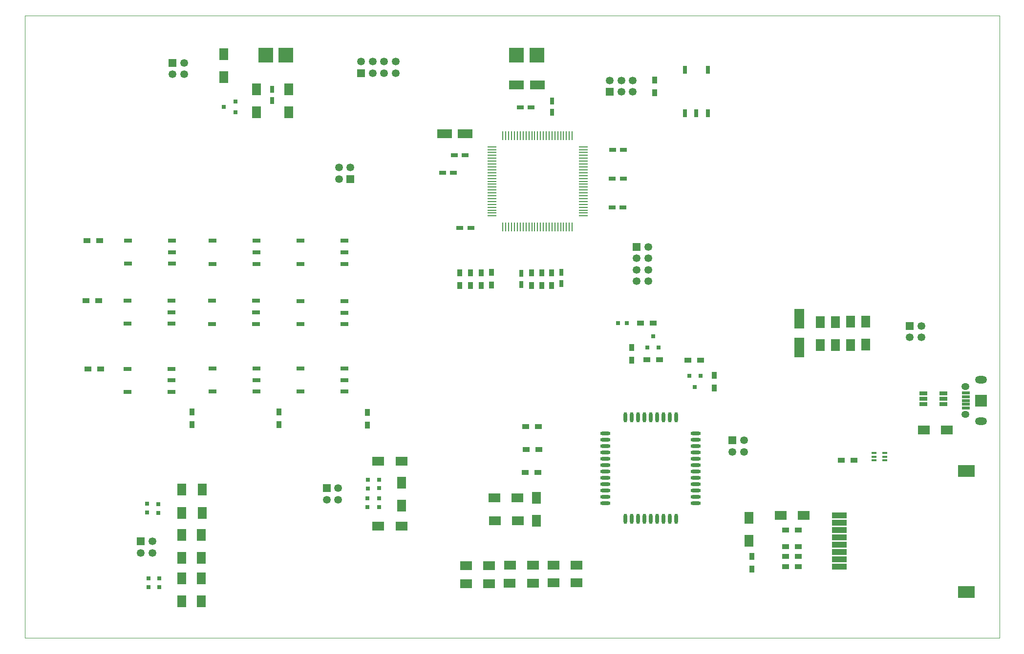
<source format=gbr>
%TF.GenerationSoftware,KiCad,Pcbnew,4.0.2+dfsg1-stable*%
%TF.CreationDate,2018-10-18T10:35:51+03:00*%
%TF.ProjectId,xmobile,786D6F62696C652E6B696361645F7063,rev?*%
%TF.FileFunction,Soldermask,Top*%
%FSLAX46Y46*%
G04 Gerber Fmt 4.6, Leading zero omitted, Abs format (unit mm)*
G04 Created by KiCad (PCBNEW 4.0.2+dfsg1-stable) date Чт 18 окт 2018 10:35:51*
%MOMM*%
G01*
G04 APERTURE LIST*
%ADD10C,0.150000*%
%ADD11C,0.100000*%
%ADD12R,2.000000X1.600000*%
%ADD13R,1.600000X2.000000*%
%ADD14R,1.350000X1.350000*%
%ADD15C,1.350000*%
%ADD16R,0.797560X0.797560*%
%ADD17R,0.850000X0.400000*%
%ADD18R,1.800860X3.500120*%
%ADD19R,2.500000X2.500000*%
%ADD20O,2.100000X1.300000*%
%ADD21R,2.100000X2.100000*%
%ADD22R,1.450000X0.500000*%
%ADD23O,1.400000X1.200000*%
%ADD24R,0.800100X0.800100*%
%ADD25R,0.900000X1.200000*%
%ADD26R,1.200000X0.900000*%
%ADD27R,1.402400X0.752400*%
%ADD28O,0.600000X1.800000*%
%ADD29O,1.800000X0.600000*%
%ADD30R,2.500000X1.000000*%
%ADD31R,3.000000X2.000000*%
%ADD32R,0.700000X1.400000*%
%ADD33R,1.400000X0.700000*%
%ADD34R,0.750000X1.200000*%
%ADD35R,2.600960X1.600200*%
%ADD36R,1.500000X0.280000*%
%ADD37R,0.280000X1.500000*%
%ADD38R,1.200000X0.750000*%
G04 APERTURE END LIST*
D10*
D11*
X184150000Y-121920000D02*
X15240000Y-121920000D01*
X184150000Y-13970000D02*
X184150000Y-121920000D01*
X182880000Y-13970000D02*
X184150000Y-13970000D01*
X15240000Y-13970000D02*
X182880000Y-13970000D01*
X15240000Y-121920000D02*
X15240000Y-13970000D01*
D12*
X175050000Y-85800000D03*
X171050000Y-85800000D03*
X91700000Y-112475000D03*
X95700000Y-112475000D03*
X99300000Y-112400000D03*
X103300000Y-112400000D03*
X106875000Y-112350000D03*
X110875000Y-112350000D03*
X91700000Y-109375000D03*
X95700000Y-109375000D03*
X99375000Y-109300000D03*
X103375000Y-109300000D03*
X106875000Y-109275000D03*
X110875000Y-109275000D03*
X96625000Y-97575000D03*
X100625000Y-97575000D03*
D13*
X103925000Y-97575000D03*
X103925000Y-101575000D03*
D12*
X100725000Y-101575000D03*
X96725000Y-101575000D03*
D13*
X45975000Y-96175000D03*
X45975000Y-100175000D03*
X45875000Y-103975000D03*
X45875000Y-107975000D03*
X45875000Y-111525000D03*
X45875000Y-115525000D03*
D12*
X76525000Y-91225000D03*
X80525000Y-91225000D03*
D13*
X80525000Y-94975000D03*
X80525000Y-98975000D03*
D12*
X80525000Y-102475000D03*
X76525000Y-102475000D03*
D13*
X42425000Y-96175000D03*
X42425000Y-100175000D03*
X42475000Y-103975000D03*
X42475000Y-107975000D03*
X42475000Y-111525000D03*
X42475000Y-115525000D03*
X140740000Y-105052000D03*
X140740000Y-101052000D03*
D12*
X150250000Y-100600000D03*
X146250000Y-100600000D03*
D13*
X49775000Y-20625000D03*
X49775000Y-24625000D03*
X153100000Y-67075000D03*
X153100000Y-71075000D03*
X155775000Y-67075000D03*
X155775000Y-71075000D03*
X161020000Y-67005000D03*
X161020000Y-71005000D03*
X158400000Y-67050000D03*
X158400000Y-71050000D03*
X55375000Y-30725000D03*
X55375000Y-26725000D03*
X61025000Y-30725000D03*
X61025000Y-26725000D03*
D14*
X116625000Y-27150000D03*
D15*
X118625000Y-27150000D03*
X120625000Y-27150000D03*
X116625000Y-25150000D03*
X118625000Y-25150000D03*
X120625000Y-25150000D03*
D16*
X119574300Y-67300000D03*
X118075700Y-67300000D03*
X76625000Y-94425700D03*
X76625000Y-95924300D03*
X76625000Y-97675700D03*
X76625000Y-99174300D03*
X38375000Y-98675700D03*
X38375000Y-100174300D03*
X38525000Y-111575700D03*
X38525000Y-113074300D03*
X74715000Y-95934300D03*
X74715000Y-94435700D03*
X74675000Y-99174300D03*
X74675000Y-97675700D03*
X36465000Y-100134300D03*
X36465000Y-98635700D03*
X36665000Y-113074300D03*
X36665000Y-111575700D03*
D17*
X162425000Y-89775000D03*
X162425000Y-90425000D03*
X162425000Y-91075000D03*
X164275000Y-91075000D03*
X164275000Y-90425000D03*
X164275000Y-89775000D03*
D18*
X149475000Y-66525640D03*
X149475000Y-71524360D03*
D19*
X100475000Y-20775000D03*
X103975000Y-20775000D03*
X60525000Y-20775000D03*
X57025000Y-20775000D03*
D20*
X181012000Y-84269000D03*
D21*
X181012000Y-80694000D03*
D20*
X181012000Y-77119000D03*
D22*
X178337000Y-81994000D03*
X178337000Y-81344000D03*
X178337000Y-80694000D03*
X178337000Y-80044000D03*
X178337000Y-79394000D03*
D23*
X178262000Y-83119000D03*
X178262000Y-78269000D03*
D14*
X73525000Y-23925000D03*
D15*
X75525000Y-23925000D03*
X77525000Y-23925000D03*
X79525000Y-23925000D03*
X73525000Y-21925000D03*
X75525000Y-21925000D03*
X77525000Y-21925000D03*
X79525000Y-21925000D03*
D24*
X132345000Y-76384240D03*
X130445000Y-76384240D03*
X131395000Y-78383220D03*
X123185000Y-71515760D03*
X125085000Y-71515760D03*
X124135000Y-69516780D03*
D25*
X134750000Y-76350000D03*
X134750000Y-78550000D03*
D26*
X130150000Y-73725000D03*
X132350000Y-73725000D03*
D25*
X120475000Y-71500000D03*
X120475000Y-73700000D03*
D26*
X123050000Y-73625000D03*
X125250000Y-73625000D03*
X121950000Y-67300000D03*
X124150000Y-67300000D03*
D25*
X124450000Y-25125000D03*
X124450000Y-27325000D03*
X104825000Y-58575000D03*
X104825000Y-60775000D03*
X92500000Y-58525000D03*
X92500000Y-60725000D03*
X90650000Y-58525000D03*
X90650000Y-60725000D03*
D26*
X102075000Y-85200000D03*
X104275000Y-85200000D03*
X102125000Y-89225000D03*
X104325000Y-89225000D03*
X104175000Y-93175000D03*
X101975000Y-93175000D03*
D25*
X106575000Y-58550000D03*
X106575000Y-60750000D03*
X103050000Y-58575000D03*
X103050000Y-60775000D03*
X94375000Y-58525000D03*
X94375000Y-60725000D03*
X96175000Y-58500000D03*
X96175000Y-60700000D03*
X141300000Y-107750000D03*
X141300000Y-109950000D03*
D26*
X149350000Y-106075000D03*
X147150000Y-106075000D03*
X158950000Y-91075000D03*
X156750000Y-91075000D03*
X149325000Y-103125000D03*
X147125000Y-103125000D03*
X28275000Y-52950000D03*
X26075000Y-52950000D03*
X28050000Y-63350000D03*
X25850000Y-63350000D03*
X28375000Y-75200000D03*
X26175000Y-75200000D03*
D25*
X44275000Y-84900000D03*
X44275000Y-82700000D03*
X59300000Y-84900000D03*
X59300000Y-82700000D03*
X74675000Y-84975000D03*
X74675000Y-82775000D03*
D26*
X149350000Y-109475000D03*
X147150000Y-109475000D03*
X149325000Y-107775000D03*
X147125000Y-107775000D03*
D27*
X174450000Y-79450000D03*
X174450000Y-80400000D03*
X174450000Y-81350000D03*
X170950000Y-81350000D03*
X170950000Y-80400000D03*
X170950000Y-79450000D03*
D28*
X123710000Y-83570000D03*
X124820000Y-83620000D03*
X125920000Y-83620000D03*
X127020000Y-83620000D03*
X128120000Y-83620000D03*
X122620000Y-83620000D03*
X121520000Y-83620000D03*
X120420000Y-83620000D03*
X119320000Y-83620000D03*
D29*
X115870000Y-86370000D03*
X115870000Y-87470000D03*
X115870000Y-88570000D03*
X115870000Y-89670000D03*
X115870000Y-90770000D03*
X115870000Y-91870000D03*
X115870000Y-92970000D03*
X115870000Y-94070000D03*
X115870000Y-95170000D03*
X115870000Y-96270000D03*
X115870000Y-97370000D03*
X115870000Y-98470000D03*
D28*
X119320000Y-101220000D03*
X120420000Y-101220000D03*
X121520000Y-101220000D03*
X122620000Y-101220000D03*
X123720000Y-101220000D03*
X124820000Y-101220000D03*
X125920000Y-101220000D03*
X127020000Y-101220000D03*
X128120000Y-101220000D03*
D29*
X131570000Y-98470000D03*
X131570000Y-97370000D03*
X131570000Y-96270000D03*
X131570000Y-95170000D03*
X131570000Y-94070000D03*
X131570000Y-92970000D03*
X131570000Y-91870000D03*
X131570000Y-90770000D03*
X131570000Y-89670000D03*
X131570000Y-88570000D03*
X131570000Y-87470000D03*
X131570000Y-86370000D03*
D30*
X156450000Y-100590000D03*
X156450000Y-101860000D03*
X156450000Y-103130000D03*
X156450000Y-104400000D03*
X156450000Y-105670000D03*
X156450000Y-106940000D03*
X156450000Y-108210000D03*
X156450000Y-109480000D03*
D31*
X178420000Y-92900000D03*
X178420000Y-113900000D03*
D24*
X51775760Y-30725000D03*
X51775760Y-28825000D03*
X49776780Y-29775000D03*
D32*
X133650000Y-30900000D03*
X133650000Y-23300000D03*
X129650000Y-23300000D03*
X129650000Y-30900000D03*
X131650000Y-30900000D03*
D33*
X40750000Y-52975000D03*
X33150000Y-52975000D03*
X33150000Y-56975000D03*
X40750000Y-56975000D03*
X40750000Y-54975000D03*
X40700000Y-63375000D03*
X33100000Y-63375000D03*
X33100000Y-67375000D03*
X40700000Y-67375000D03*
X40700000Y-65375000D03*
X40700000Y-75200000D03*
X33100000Y-75200000D03*
X33100000Y-79200000D03*
X40700000Y-79200000D03*
X40700000Y-77200000D03*
X55375000Y-53000000D03*
X47775000Y-53000000D03*
X47775000Y-57000000D03*
X55375000Y-57000000D03*
X55375000Y-55000000D03*
X55350000Y-63400000D03*
X47750000Y-63400000D03*
X47750000Y-67400000D03*
X55350000Y-67400000D03*
X55350000Y-65400000D03*
X55375000Y-75150000D03*
X47775000Y-75150000D03*
X47775000Y-79150000D03*
X55375000Y-79150000D03*
X55375000Y-77150000D03*
X70650000Y-53000000D03*
X63050000Y-53000000D03*
X63050000Y-57000000D03*
X70650000Y-57000000D03*
X70650000Y-55000000D03*
X70650000Y-63450000D03*
X63050000Y-63450000D03*
X63050000Y-67450000D03*
X70650000Y-67450000D03*
X70650000Y-65450000D03*
X70650000Y-75150000D03*
X63050000Y-75150000D03*
X63050000Y-79150000D03*
X70650000Y-79150000D03*
X70650000Y-77150000D03*
D14*
X71700000Y-42250000D03*
D15*
X71700000Y-40250000D03*
X69700000Y-42250000D03*
X69700000Y-40250000D03*
D34*
X106625000Y-28775000D03*
X106625000Y-30675000D03*
X58125000Y-28625000D03*
X58125000Y-26725000D03*
D35*
X100474140Y-25975000D03*
X104075860Y-25975000D03*
X91600860Y-34375000D03*
X87999140Y-34375000D03*
D14*
X121300000Y-54025000D03*
D15*
X121300000Y-56025000D03*
X121300000Y-58025000D03*
X121300000Y-60025000D03*
X123300000Y-54025000D03*
X123300000Y-56025000D03*
X123300000Y-58025000D03*
X123300000Y-60025000D03*
D36*
X96225000Y-36675000D03*
X96225000Y-37175000D03*
X96225000Y-37675000D03*
X96225000Y-38175000D03*
X96225000Y-38675000D03*
X96225000Y-39175000D03*
X96225000Y-39675000D03*
X96225000Y-40175000D03*
X96225000Y-40675000D03*
X96225000Y-41175000D03*
X96225000Y-41675000D03*
X96225000Y-42175000D03*
X96225000Y-42675000D03*
X96225000Y-43175000D03*
X96225000Y-43675000D03*
X96225000Y-44175000D03*
X96225000Y-44675000D03*
X96225000Y-45175000D03*
X96225000Y-45675000D03*
X96225000Y-46175000D03*
X96225000Y-46675000D03*
X96225000Y-47175000D03*
X96225000Y-47675000D03*
X96225000Y-48175000D03*
X96225000Y-48675000D03*
D37*
X98125000Y-50575000D03*
X98625000Y-50575000D03*
X99125000Y-50575000D03*
X99625000Y-50575000D03*
X100125000Y-50575000D03*
X100625000Y-50575000D03*
X101125000Y-50575000D03*
X101625000Y-50575000D03*
X102125000Y-50575000D03*
X102625000Y-50575000D03*
X103125000Y-50575000D03*
X103625000Y-50575000D03*
X104125000Y-50575000D03*
X104625000Y-50575000D03*
X105125000Y-50575000D03*
X105625000Y-50575000D03*
X106125000Y-50575000D03*
X106625000Y-50575000D03*
X107125000Y-50575000D03*
X107625000Y-50575000D03*
X108125000Y-50575000D03*
X108625000Y-50575000D03*
X109125000Y-50575000D03*
X109625000Y-50575000D03*
X110125000Y-50575000D03*
D36*
X112025000Y-48675000D03*
X112025000Y-48175000D03*
X112025000Y-47675000D03*
X112025000Y-47175000D03*
X112025000Y-46675000D03*
X112025000Y-46175000D03*
X112025000Y-45675000D03*
X112025000Y-45175000D03*
X112025000Y-44675000D03*
X112025000Y-44175000D03*
X112025000Y-43675000D03*
X112025000Y-43175000D03*
X112025000Y-42675000D03*
X112025000Y-42175000D03*
X112025000Y-41675000D03*
X112025000Y-41175000D03*
X112025000Y-40675000D03*
X112025000Y-40175000D03*
X112025000Y-39675000D03*
X112025000Y-39175000D03*
X112025000Y-38675000D03*
X112025000Y-38175000D03*
X112025000Y-37675000D03*
X112025000Y-37175000D03*
X112025000Y-36675000D03*
D37*
X110125000Y-34775000D03*
X109625000Y-34775000D03*
X109125000Y-34775000D03*
X108625000Y-34775000D03*
X108125000Y-34775000D03*
X107625000Y-34775000D03*
X107125000Y-34775000D03*
X106625000Y-34775000D03*
X106125000Y-34775000D03*
X105625000Y-34775000D03*
X105125000Y-34775000D03*
X104625000Y-34775000D03*
X104125000Y-34775000D03*
X103625000Y-34775000D03*
X103125000Y-34775000D03*
X102625000Y-34775000D03*
X102125000Y-34775000D03*
X101625000Y-34775000D03*
X101125000Y-34775000D03*
X100625000Y-34775000D03*
X100125000Y-34775000D03*
X99625000Y-34775000D03*
X99125000Y-34775000D03*
X98625000Y-34775000D03*
X98125000Y-34775000D03*
D34*
X101275000Y-60550000D03*
X101275000Y-58650000D03*
D38*
X118975000Y-42175000D03*
X117075000Y-42175000D03*
X119000000Y-37175000D03*
X117100000Y-37175000D03*
X87650000Y-41200000D03*
X89550000Y-41200000D03*
X118950000Y-47175000D03*
X117050000Y-47175000D03*
D34*
X108250000Y-60400000D03*
X108250000Y-58500000D03*
D38*
X90650000Y-50750000D03*
X92550000Y-50750000D03*
X103025000Y-29850000D03*
X101125000Y-29850000D03*
X91600000Y-38175000D03*
X89700000Y-38175000D03*
D14*
X67575000Y-95925000D03*
D15*
X67575000Y-97925000D03*
X69575000Y-95925000D03*
X69575000Y-97925000D03*
D14*
X35375000Y-105125000D03*
D15*
X35375000Y-107125000D03*
X37375000Y-105125000D03*
X37375000Y-107125000D03*
D14*
X137875000Y-87600000D03*
D15*
X137875000Y-89600000D03*
X139875000Y-87600000D03*
X139875000Y-89600000D03*
D14*
X168640000Y-67735000D03*
D15*
X168640000Y-69735000D03*
X170640000Y-67735000D03*
X170640000Y-69735000D03*
D14*
X40850000Y-22100000D03*
D15*
X40850000Y-24100000D03*
X42850000Y-22100000D03*
X42850000Y-24100000D03*
M02*

</source>
